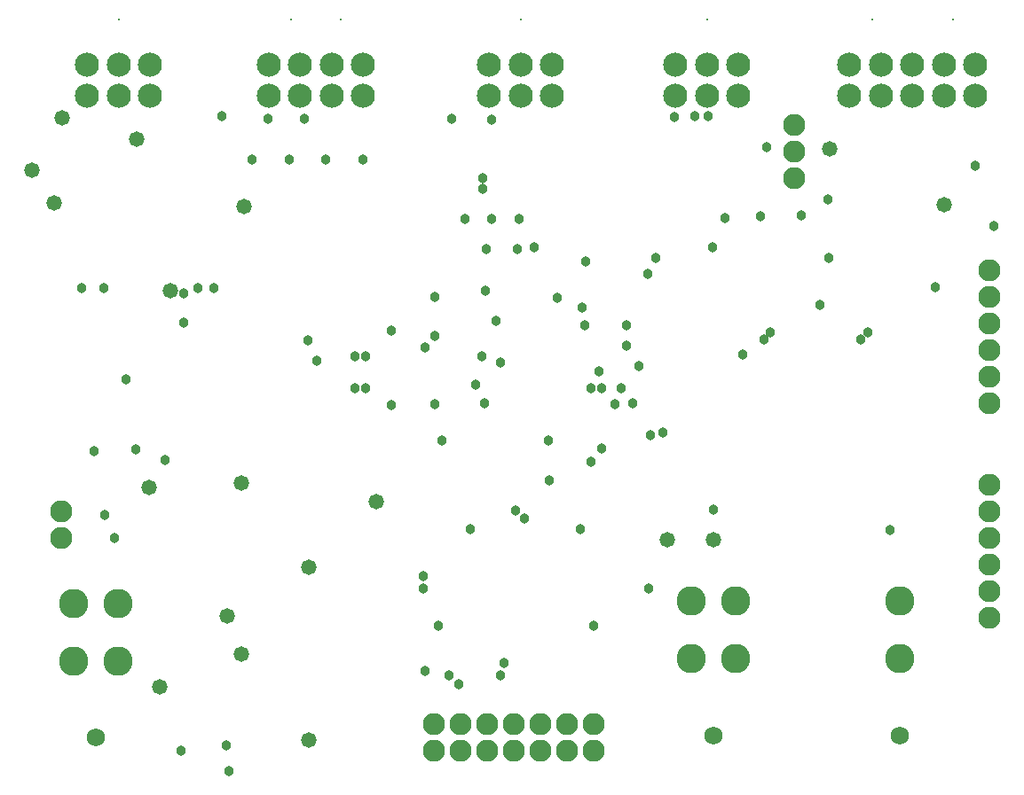
<source format=gbs>
G04*
G04 #@! TF.GenerationSoftware,Altium Limited,CircuitStudio,1.5.2 (30)*
G04*
G04 Layer_Color=8150272*
%FSLAX25Y25*%
%MOIN*%
G70*
G01*
G75*
%ADD75C,0.08280*%
%ADD76C,0.11036*%
%ADD77C,0.06800*%
%ADD78C,0.00800*%
%ADD79C,0.09068*%
%ADD80C,0.03800*%
%ADD81C,0.05800*%
D75*
X468504Y250000D02*
D03*
Y260000D02*
D03*
Y270000D02*
D03*
Y280000D02*
D03*
Y290000D02*
D03*
Y300000D02*
D03*
X260000Y210000D02*
D03*
X270000D02*
D03*
X280000D02*
D03*
X290000D02*
D03*
X300000D02*
D03*
X310000D02*
D03*
X320000D02*
D03*
Y200000D02*
D03*
X310000D02*
D03*
X300000D02*
D03*
X290000D02*
D03*
X280000D02*
D03*
X270000D02*
D03*
X260000D02*
D03*
X120000Y280000D02*
D03*
Y290000D02*
D03*
X395331Y415378D02*
D03*
Y425378D02*
D03*
Y435378D02*
D03*
X468504Y330709D02*
D03*
Y340709D02*
D03*
Y350709D02*
D03*
Y360709D02*
D03*
Y370709D02*
D03*
Y380709D02*
D03*
D76*
X124732Y233740D02*
D03*
Y255394D02*
D03*
X141268D02*
D03*
Y233740D02*
D03*
X356732Y234724D02*
D03*
Y256378D02*
D03*
X373268D02*
D03*
Y234724D02*
D03*
X435000Y256378D02*
D03*
Y234724D02*
D03*
D77*
X133000Y205000D02*
D03*
X365000Y205984D02*
D03*
X435000D02*
D03*
D78*
X362520Y475197D02*
D03*
X424512D02*
D03*
X454827D02*
D03*
X292520D02*
D03*
X206323D02*
D03*
X224827D02*
D03*
X141520D02*
D03*
D79*
X374331Y458189D02*
D03*
X362520D02*
D03*
X350709D02*
D03*
Y446378D02*
D03*
X362520D02*
D03*
X374331D02*
D03*
X463331Y458189D02*
D03*
X451520D02*
D03*
X439709D02*
D03*
X427898D02*
D03*
X416087D02*
D03*
Y446378D02*
D03*
X427898D02*
D03*
X439709D02*
D03*
X451520D02*
D03*
X463331D02*
D03*
X304331Y458189D02*
D03*
X292520D02*
D03*
X280709D02*
D03*
Y446378D02*
D03*
X292520D02*
D03*
X304331D02*
D03*
X233331Y458189D02*
D03*
X221520D02*
D03*
X209709D02*
D03*
X197898D02*
D03*
Y446378D02*
D03*
X209709D02*
D03*
X221520D02*
D03*
X233331D02*
D03*
X153331Y458189D02*
D03*
X141520D02*
D03*
X129709D02*
D03*
Y446378D02*
D03*
X141520D02*
D03*
X153331D02*
D03*
D80*
X144488Y339764D02*
D03*
X337008Y344882D02*
D03*
X375984Y349213D02*
D03*
X330315Y336614D02*
D03*
X334646Y330709D02*
D03*
X322047Y342913D02*
D03*
X290551Y290551D02*
D03*
X294094Y287402D02*
D03*
X463386Y420079D02*
D03*
X470472Y397638D02*
D03*
X369291Y400394D02*
D03*
X260236Y370866D02*
D03*
X320079Y247244D02*
D03*
X261811D02*
D03*
X343307Y385433D02*
D03*
X256693Y230315D02*
D03*
X255906Y265748D02*
D03*
X262992Y316929D02*
D03*
X269291Y225197D02*
D03*
X265748Y228346D02*
D03*
X159055Y309449D02*
D03*
X314961Y283465D02*
D03*
X273622D02*
D03*
X271654Y400000D02*
D03*
X279134Y330709D02*
D03*
X182087Y202165D02*
D03*
X164961Y200000D02*
D03*
X183071Y192520D02*
D03*
X306299Y370472D02*
D03*
X318898Y308661D02*
D03*
X322835Y313779D02*
D03*
X256692Y351969D02*
D03*
X318898Y336614D02*
D03*
X322835D02*
D03*
X286221Y233071D02*
D03*
X285039Y228346D02*
D03*
X327953Y330578D02*
D03*
X260236D02*
D03*
Y356178D02*
D03*
X303150Y316929D02*
D03*
X316535Y360178D02*
D03*
X279431Y373228D02*
D03*
X266535Y437795D02*
D03*
X281496Y437402D02*
D03*
Y400000D02*
D03*
X292126D02*
D03*
X279528Y388976D02*
D03*
X291339D02*
D03*
X171260Y374016D02*
D03*
X177165D02*
D03*
X127559D02*
D03*
X135831Y374020D02*
D03*
X212598Y354331D02*
D03*
X216142Y346850D02*
D03*
X211417Y437795D02*
D03*
X197638D02*
D03*
X358012Y438839D02*
D03*
X278346Y411417D02*
D03*
Y415354D02*
D03*
X140000Y280079D02*
D03*
X431260Y283307D02*
D03*
X297638Y389370D02*
D03*
X316929Y384252D02*
D03*
X332283Y352362D02*
D03*
Y360236D02*
D03*
X275590Y337795D02*
D03*
X362992Y438976D02*
D03*
X180315D02*
D03*
X191732Y422441D02*
D03*
X205512D02*
D03*
X219291D02*
D03*
X233465D02*
D03*
X244094Y330315D02*
D03*
Y358268D02*
D03*
X350394Y438583D02*
D03*
X407874Y407480D02*
D03*
X382677Y401181D02*
D03*
X408268Y385433D02*
D03*
X397835Y401378D02*
D03*
X405118Y367717D02*
D03*
X364567Y389370D02*
D03*
X277953Y348425D02*
D03*
X285039Y346063D02*
D03*
X315748Y366929D02*
D03*
X386221Y357480D02*
D03*
X383857Y354724D02*
D03*
X422835Y357480D02*
D03*
X420472Y354724D02*
D03*
X303331Y301756D02*
D03*
X341339Y318898D02*
D03*
X283465Y361811D02*
D03*
X346063Y319685D02*
D03*
X340354Y379331D02*
D03*
X230315Y336614D02*
D03*
Y348425D02*
D03*
X234252Y336614D02*
D03*
Y348425D02*
D03*
X255906Y261024D02*
D03*
X364961Y290945D02*
D03*
X340551Y261024D02*
D03*
X448425Y374410D02*
D03*
X385039Y427165D02*
D03*
X148031Y313386D02*
D03*
X132425Y312992D02*
D03*
X136221Y288976D02*
D03*
X166142Y372047D02*
D03*
Y361024D02*
D03*
D81*
X238189Y293701D02*
D03*
X212913Y204016D02*
D03*
X212874Y269016D02*
D03*
X187795Y236614D02*
D03*
X182283Y250787D02*
D03*
X187795Y300787D02*
D03*
X153150Y299213D02*
D03*
X157087Y224016D02*
D03*
X160927Y373325D02*
D03*
X109055Y418504D02*
D03*
X117323Y406299D02*
D03*
X408661Y426378D02*
D03*
X347638Y279528D02*
D03*
X364961D02*
D03*
X451575Y405512D02*
D03*
X188583Y404724D02*
D03*
X120472Y438189D02*
D03*
X148425Y430315D02*
D03*
M02*

</source>
